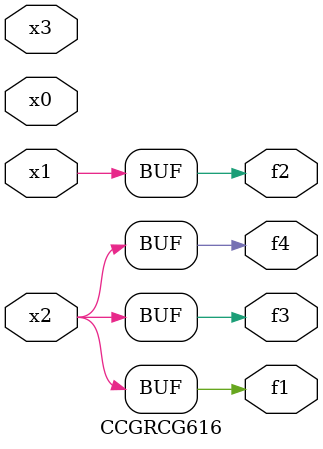
<source format=v>
module CCGRCG616(
	input x0, x1, x2, x3,
	output f1, f2, f3, f4
);
	assign f1 = x2;
	assign f2 = x1;
	assign f3 = x2;
	assign f4 = x2;
endmodule

</source>
